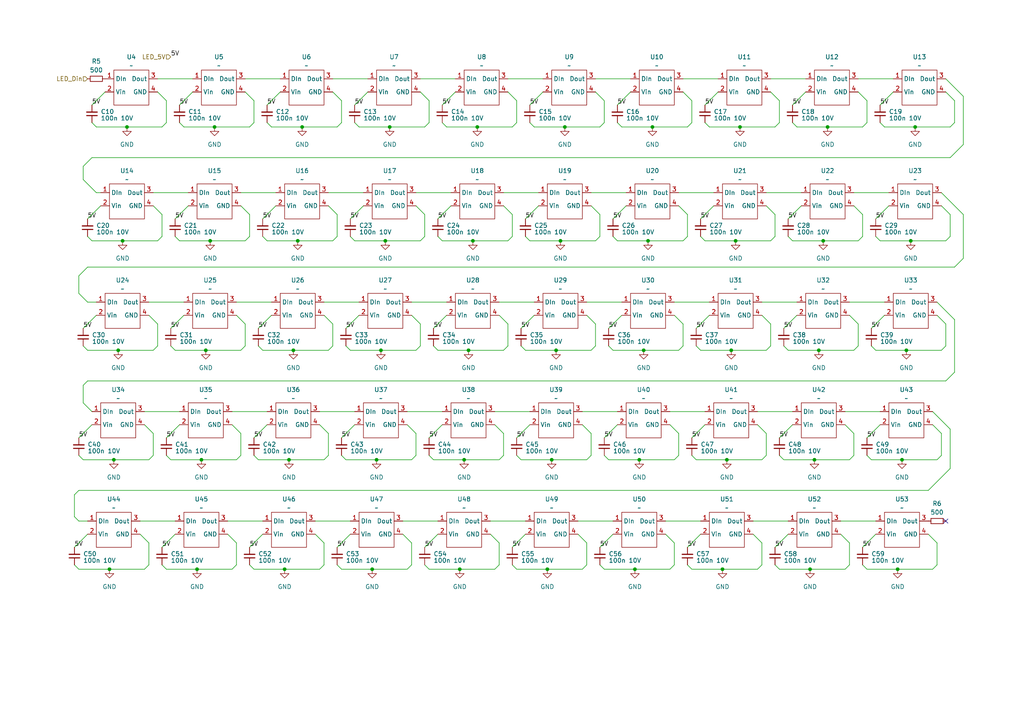
<source format=kicad_sch>
(kicad_sch (version 20250114) (generator "eeschema") (generator_version "9.0")
  (paper "A4")
  (title_block (title "QNOB") (date "2025-04-17") (rev "0.5") (company "12M Design") (comment 1 "Alper Basaran"))
  (junction (at 82.55 165.1))
  (junction (at 110.49 101.6))
  (junction (at 260.35 165.1))
  (junction (at 34.29 101.6))
  (junction (at 85.09 101.6))
  (junction (at 133.35 165.1))
  (junction (at 237.49 101.6))
  (junction (at 83.82 133.35))
  (junction (at 264.16 69.85))
  (junction (at 87.63 36.83))
  (junction (at 134.62 133.35))
  (junction (at 240.03 36.83))
  (junction (at 234.95 165.1))
  (junction (at 36.83 36.83))
  (junction (at 236.22 133.35))
  (junction (at 262.89 101.6))
  (junction (at 35.56 69.85))
  (junction (at 158.75 165.1))
  (junction (at 210.82 133.35))
  (junction (at 33.02 133.35))
  (junction (at 60.96 69.85))
  (junction (at 160.02 133.35))
  (junction (at 185.42 133.35))
  (junction (at 135.89 101.6))
  (junction (at 209.55 165.1))
  (junction (at 212.09 101.6))
  (junction (at 186.69 101.6))
  (junction (at 109.22 133.35))
  (junction (at 31.75 165.1))
  (junction (at 161.29 101.6))
  (junction (at 138.43 36.83))
  (junction (at 59.69 101.6))
  (junction (at 261.62 133.35))
  (junction (at 238.76 69.85))
  (junction (at 187.96 69.85))
  (junction (at 62.23 36.83))
  (junction (at 86.36 69.85))
  (junction (at 162.56 69.85))
  (junction (at 58.42 133.35))
  (junction (at 213.36 69.85))
  (junction (at 111.76 69.85))
  (junction (at 189.23 36.83))
  (junction (at 163.83 36.83))
  (junction (at 214.63 36.83))
  (junction (at 113.03 36.83))
  (junction (at 57.15 165.1))
  (junction (at 137.16 69.85))
  (junction (at 107.95 165.1))
  (junction (at 184.15 165.1))
  (junction (at 265.43 36.83))
  (no_connect (at 274.32 151.13))
  (wire (pts (xy 146.05 101.6) (xy 147.32 100.33)))
  (wire (pts (xy 48.26 165.1) (xy 46.99 163.83)))
  (wire (pts (xy 172.72 69.85) (xy 173.99 68.58)))
  (wire (pts (xy 223.52 100.33) (xy 223.52 93.98)))
  (wire (pts (xy 275.59 36.83) (xy 276.86 35.56)))
  (wire (pts (xy 252.73 133.35) (xy 251.46 132.08)))
  (wire (pts (xy 82.55 165.1) (xy 73.66 165.1)))
  (wire (pts (xy 73.66 165.1) (xy 72.39 163.83)))
  (wire (pts (xy 24.13 52.07) (xy 24.13 48.26)))
  (wire (pts (xy 130.81 59.69) (xy 127 63.5)))
  (wire (pts (xy 194.31 119.38) (xy 204.47 119.38)))
  (wire (pts (xy 138.43 36.83) (xy 129.54 36.83)))
  (wire (pts (xy 234.95 165.1) (xy 226.06 165.1)))
  (wire (pts (xy 147.32 100.33) (xy 147.32 93.98)))
  (wire (pts (xy 171.45 55.88) (xy 181.61 55.88)))
  (wire (pts (xy 177.8 154.94) (xy 173.99 158.75)))
  (wire (pts (xy 120.65 101.6) (xy 121.92 100.33)))
  (wire (pts (xy 125.73 133.35) (xy 124.46 132.08)))
  (wire (pts (xy 69.85 125.73) (xy 67.31 123.19)))
  (wire (pts (xy 271.78 133.35) (xy 273.05 132.08)))
  (wire (pts (xy 240.03 36.83) (xy 250.19 36.83)))
  (wire (pts (xy 151.13 133.35) (xy 149.86 132.08)))
  (wire (pts (xy 134.62 133.35) (xy 125.73 133.35)))
  (wire (pts (xy 173.99 68.58) (xy 173.99 62.23)))
  (wire (pts (xy 149.86 29.21) (xy 147.32 26.67)))
  (wire (pts (xy 83.82 133.35) (xy 93.98 133.35)))
  (wire (pts (xy 44.45 132.08) (xy 44.45 125.73)))
  (wire (pts (xy 22.86 151.13) (xy 21.59 149.86)))
  (wire (pts (xy 238.76 69.85) (xy 229.87 69.85)))
  (wire (pts (xy 43.18 87.63) (xy 53.34 87.63)))
  (wire (pts (xy 62.23 36.83) (xy 72.39 36.83)))
  (wire (pts (xy 198.12 69.85) (xy 199.39 68.58)))
  (wire (pts (xy 172.72 22.86) (xy 182.88 22.86)))
  (wire (pts (xy 274.32 110.49) (xy 276.86 107.95)))
  (wire (pts (xy 276.86 92.71) (xy 271.78 87.63)))
  (wire (pts (xy 185.42 133.35) (xy 195.58 133.35)))
  (wire (pts (xy 99.06 35.56) (xy 99.06 29.21)))
  (wire (pts (xy 172.72 100.33) (xy 172.72 93.98)))
  (wire (pts (xy 29.21 59.69) (xy 25.4 63.5)))
  (wire (pts (xy 203.2 154.94) (xy 199.39 158.75)))
  (wire (pts (xy 246.38 157.48) (xy 243.84 154.94)))
  (wire (pts (xy 121.92 22.86) (xy 132.08 22.86)))
  (wire (pts (xy 48.26 35.56) (xy 48.26 29.21)))
  (wire (pts (xy 205.74 36.83) (xy 204.47 35.56)))
  (wire (pts (xy 133.35 165.1) (xy 124.46 165.1)))
  (wire (pts (xy 43.18 133.35) (xy 44.45 132.08)))
  (wire (pts (xy 247.65 101.6) (xy 248.92 100.33)))
  (wire (pts (xy 123.19 62.23) (xy 120.65 59.69)))
  (wire (pts (xy 93.98 133.35) (xy 95.25 132.08)))
  (wire (pts (xy 25.4 110.49) (xy 274.32 110.49)))
  (wire (pts (xy 111.76 69.85) (xy 121.92 69.85)))
  (wire (pts (xy 207.01 59.69) (xy 203.2 63.5)))
  (wire (pts (xy 27.94 36.83) (xy 26.67 35.56)))
  (wire (pts (xy 236.22 133.35) (xy 227.33 133.35)))
  (wire (pts (xy 26.67 119.38) (xy 24.13 116.84)))
  (wire (pts (xy 246.38 133.35) (xy 247.65 132.08)))
  (wire (pts (xy 104.14 36.83) (xy 102.87 35.56)))
  (wire (pts (xy 222.25 132.08) (xy 222.25 125.73)))
  (wire (pts (xy 101.6 154.94) (xy 97.79 158.75)))
  (wire (pts (xy 194.31 165.1) (xy 195.58 163.83)))
  (wire (pts (xy 96.52 69.85) (xy 97.79 68.58)))
  (wire (pts (xy 144.78 133.35) (xy 146.05 132.08)))
  (wire (pts (xy 248.92 93.98) (xy 246.38 91.44)))
  (wire (pts (xy 265.43 36.83) (xy 256.54 36.83)))
  (wire (pts (xy 54.61 59.69) (xy 50.8 63.5)))
  (wire (pts (xy 102.87 69.85) (xy 101.6 68.58)))
  (wire (pts (xy 250.19 62.23) (xy 247.65 59.69)))
  (wire (pts (xy 49.53 133.35) (xy 48.26 132.08)))
  (wire (pts (xy 106.68 26.67) (xy 102.87 30.48)))
  (wire (pts (xy 195.58 157.48) (xy 193.04 154.94)))
  (wire (pts (xy 261.62 133.35) (xy 252.73 133.35)))
  (wire (pts (xy 275.59 68.58) (xy 275.59 62.23)))
  (wire (pts (xy 223.52 93.98) (xy 220.98 91.44)))
  (wire (pts (xy 175.26 35.56) (xy 175.26 29.21)))
  (wire (pts (xy 25.4 87.63) (xy 22.86 85.09)))
  (wire (pts (xy 72.39 68.58) (xy 72.39 62.23)))
  (wire (pts (xy 200.66 165.1) (xy 199.39 163.83)))
  (wire (pts (xy 127 101.6) (xy 125.73 100.33)))
  (wire (pts (xy 119.38 163.83) (xy 119.38 157.48)))
  (wire (pts (xy 22.86 80.01) (xy 25.4 77.47)))
  (wire (pts (xy 270.51 165.1) (xy 271.78 163.83)))
  (wire (pts (xy 22.86 142.24) (xy 269.24 142.24)))
  (wire (pts (xy 120.65 125.73) (xy 118.11 123.19)))
  (wire (pts (xy 228.6 101.6) (xy 227.33 100.33)))
  (wire (pts (xy 196.85 125.73) (xy 194.31 123.19)))
  (wire (pts (xy 208.28 26.67) (xy 204.47 30.48)))
  (wire (pts (xy 247.65 125.73) (xy 245.11 123.19)))
  (wire (pts (xy 181.61 59.69) (xy 177.8 63.5)))
  (wire (pts (xy 256.54 36.83) (xy 255.27 35.56)))
  (wire (pts (xy 110.49 101.6) (xy 101.6 101.6)))
  (wire (pts (xy 71.12 22.86) (xy 81.28 22.86)))
  (wire (pts (xy 189.23 36.83) (xy 180.34 36.83)))
  (wire (pts (xy 43.18 163.83) (xy 43.18 157.48)))
  (wire (pts (xy 71.12 100.33) (xy 71.12 93.98)))
  (wire (pts (xy 171.45 132.08) (xy 171.45 125.73)))
  (wire (pts (xy 116.84 151.13) (xy 127 151.13)))
  (wire (pts (xy 48.26 29.21) (xy 45.72 26.67)))
  (wire (pts (xy 99.06 29.21) (xy 96.52 26.67)))
  (wire (pts (xy 157.48 26.67) (xy 153.67 30.48)))
  (wire (pts (xy 195.58 133.35) (xy 196.85 132.08)))
  (wire (pts (xy 214.63 36.83) (xy 224.79 36.83)))
  (wire (pts (xy 58.42 133.35) (xy 49.53 133.35)))
  (wire (pts (xy 250.19 68.58) (xy 250.19 62.23)))
  (wire (pts (xy 93.98 163.83) (xy 93.98 157.48)))
  (wire (pts (xy 73.66 29.21) (xy 71.12 26.67)))
  (wire (pts (xy 34.29 101.6) (xy 44.45 101.6)))
  (wire (pts (xy 124.46 35.56) (xy 124.46 29.21)))
  (wire (pts (xy 92.71 165.1) (xy 93.98 163.83)))
  (wire (pts (xy 158.75 165.1) (xy 149.86 165.1)))
  (wire (pts (xy 172.72 93.98) (xy 170.18 91.44)))
  (wire (pts (xy 45.72 93.98) (xy 43.18 91.44)))
  (wire (pts (xy 96.52 93.98) (xy 93.98 91.44)))
  (wire (pts (xy 180.34 91.44) (xy 176.53 95.25)))
  (wire (pts (xy 59.69 101.6) (xy 50.8 101.6)))
  (wire (pts (xy 212.09 101.6) (xy 222.25 101.6)))
  (wire (pts (xy 99.06 165.1) (xy 97.79 163.83)))
  (wire (pts (xy 44.45 55.88) (xy 54.61 55.88)))
  (wire (pts (xy 198.12 100.33) (xy 198.12 93.98)))
  (wire (pts (xy 104.14 91.44) (xy 100.33 95.25)))
  (wire (pts (xy 124.46 165.1) (xy 123.19 163.83)))
  (wire (pts (xy 142.24 151.13) (xy 152.4 151.13)))
  (wire (pts (xy 24.13 133.35) (xy 22.86 132.08)))
  (wire (pts (xy 209.55 165.1) (xy 200.66 165.1)))
  (wire (pts (xy 163.83 36.83) (xy 173.99 36.83)))
  (wire (pts (xy 121.92 93.98) (xy 119.38 91.44)))
  (wire (pts (xy 160.02 133.35) (xy 170.18 133.35)))
  (wire (pts (xy 62.23 36.83) (xy 53.34 36.83)))
  (wire (pts (xy 149.86 165.1) (xy 148.59 163.83)))
  (wire (pts (xy 24.13 48.26) (xy 26.67 45.72)))
  (wire (pts (xy 21.59 149.86) (xy 21.59 143.51)))
  (wire (pts (xy 179.07 123.19) (xy 175.26 127)))
  (wire (pts (xy 147.32 69.85) (xy 148.59 68.58)))
  (wire (pts (xy 198.12 93.98) (xy 195.58 91.44)))
  (wire (pts (xy 146.05 125.73) (xy 143.51 123.19)))
  (wire (pts (xy 158.75 165.1) (xy 168.91 165.1)))
  (wire (pts (xy 260.35 165.1) (xy 251.46 165.1)))
  (wire (pts (xy 248.92 22.86) (xy 259.08 22.86)))
  (wire (pts (xy 100.33 133.35) (xy 99.06 132.08)))
  (wire (pts (xy 113.03 36.83) (xy 104.14 36.83)))
  (wire (pts (xy 128.27 69.85) (xy 127 68.58)))
  (wire (pts (xy 173.99 36.83) (xy 175.26 35.56)))
  (wire (pts (xy 60.96 69.85) (xy 52.07 69.85)))
  (wire (pts (xy 60.96 69.85) (xy 71.12 69.85)))
  (wire (pts (xy 77.47 69.85) (xy 76.2 68.58)))
  (wire (pts (xy 199.39 68.58) (xy 199.39 62.23)))
  (wire (pts (xy 69.85 55.88) (xy 80.01 55.88)))
  (wire (pts (xy 224.79 36.83) (xy 226.06 35.56)))
  (wire (pts (xy 80.01 59.69) (xy 76.2 63.5)))
  (wire (pts (xy 175.26 29.21) (xy 172.72 26.67)))
  (wire (pts (xy 264.16 69.85) (xy 274.32 69.85)))
  (wire (pts (xy 45.72 100.33) (xy 45.72 93.98)))
  (wire (pts (xy 135.89 101.6) (xy 146.05 101.6)))
  (wire (pts (xy 261.62 133.35) (xy 271.78 133.35)))
  (wire (pts (xy 175.26 165.1) (xy 173.99 163.83)))
  (wire (pts (xy 144.78 163.83) (xy 144.78 157.48)))
  (wire (pts (xy 246.38 87.63) (xy 256.54 87.63)))
  (wire (pts (xy 105.41 59.69) (xy 101.6 63.5)))
  (wire (pts (xy 167.64 151.13) (xy 177.8 151.13)))
  (wire (pts (xy 199.39 36.83) (xy 200.66 35.56)))
  (wire (pts (xy 135.89 101.6) (xy 127 101.6)))
  (wire (pts (xy 273.05 132.08) (xy 273.05 125.73)))
  (wire (pts (xy 279.4 41.91) (xy 279.4 27.94)))
  (wire (pts (xy 220.98 163.83) (xy 220.98 157.48)))
  (wire (pts (xy 231.14 36.83) (xy 229.87 35.56)))
  (wire (pts (xy 120.65 132.08) (xy 120.65 125.73)))
  (wire (pts (xy 72.39 36.83) (xy 73.66 35.56)))
  (wire (pts (xy 101.6 101.6) (xy 100.33 100.33)))
  (wire (pts (xy 176.53 133.35) (xy 175.26 132.08)))
  (wire (pts (xy 69.85 101.6) (xy 71.12 100.33)))
  (wire (pts (xy 148.59 68.58) (xy 148.59 62.23)))
  (wire (pts (xy 187.96 69.85) (xy 198.12 69.85)))
  (wire (pts (xy 109.22 133.35) (xy 100.33 133.35)))
  (wire (pts (xy 36.83 36.83) (xy 27.94 36.83)))
  (wire (pts (xy 262.89 101.6) (xy 254 101.6)))
  (wire (pts (xy 265.43 36.83) (xy 275.59 36.83)))
  (wire (pts (xy 219.71 165.1) (xy 220.98 163.83)))
  (wire (pts (xy 33.02 133.35) (xy 24.13 133.35)))
  (wire (pts (xy 204.47 123.19) (xy 200.66 127)))
  (wire (pts (xy 45.72 69.85) (xy 46.99 68.58)))
  (wire (pts (xy 82.55 165.1) (xy 92.71 165.1)))
  (wire (pts (xy 45.72 22.86) (xy 55.88 22.86)))
  (wire (pts (xy 248.92 69.85) (xy 250.19 68.58)))
  (wire (pts (xy 220.98 133.35) (xy 222.25 132.08)))
  (wire (pts (xy 209.55 165.1) (xy 219.71 165.1)))
  (wire (pts (xy 251.46 35.56) (xy 251.46 29.21)))
  (wire (pts (xy 229.87 69.85) (xy 228.6 68.58)))
  (wire (pts (xy 119.38 87.63) (xy 129.54 87.63)))
  (wire (pts (xy 276.86 35.56) (xy 276.86 29.21)))
  (wire (pts (xy 77.47 123.19) (xy 73.66 127)))
  (wire (pts (xy 220.98 157.48) (xy 218.44 154.94)))
  (wire (pts (xy 195.58 163.83) (xy 195.58 157.48)))
  (wire (pts (xy 146.05 132.08) (xy 146.05 125.73)))
  (wire (pts (xy 76.2 154.94) (xy 72.39 158.75)))
  (wire (pts (xy 154.94 91.44) (xy 151.13 95.25)))
  (wire (pts (xy 86.36 69.85) (xy 96.52 69.85)))
  (wire (pts (xy 44.45 101.6) (xy 45.72 100.33)))
  (wire (pts (xy 171.45 125.73) (xy 168.91 123.19)))
  (wire (pts (xy 102.87 123.19) (xy 99.06 127)))
  (wire (pts (xy 107.95 165.1) (xy 99.06 165.1)))
  (wire (pts (xy 119.38 157.48) (xy 116.84 154.94)))
  (wire (pts (xy 97.79 62.23) (xy 95.25 59.69)))
  (wire (pts (xy 52.07 123.19) (xy 48.26 127)))
  (wire (pts (xy 118.11 119.38) (xy 128.27 119.38)))
  (wire (pts (xy 107.95 165.1) (xy 118.11 165.1)))
  (wire (pts (xy 231.14 91.44) (xy 227.33 95.25)))
  (wire (pts (xy 254 154.94) (xy 250.19 158.75)))
  (wire (pts (xy 55.88 26.67) (xy 52.07 30.48)))
  (wire (pts (xy 274.32 69.85) (xy 275.59 68.58)))
  (wire (pts (xy 274.32 93.98) (xy 271.78 91.44)))
  (wire (pts (xy 243.84 151.13) (xy 254 151.13)))
  (wire (pts (xy 50.8 154.94) (xy 46.99 158.75)))
  (wire (pts (xy 237.49 101.6) (xy 247.65 101.6)))
  (wire (pts (xy 123.19 36.83) (xy 124.46 35.56)))
  (wire (pts (xy 196.85 132.08) (xy 196.85 125.73)))
  (wire (pts (xy 260.35 165.1) (xy 270.51 165.1)))
  (wire (pts (xy 134.62 133.35) (xy 144.78 133.35)))
  (wire (pts (xy 168.91 165.1) (xy 170.18 163.83)))
  (wire (pts (xy 193.04 151.13) (xy 203.2 151.13)))
  (wire (pts (xy 128.27 123.19) (xy 124.46 127)))
  (wire (pts (xy 219.71 119.38) (xy 229.87 119.38)))
  (wire (pts (xy 222.25 125.73) (xy 219.71 123.19)))
  (wire (pts (xy 154.94 36.83) (xy 153.67 35.56)))
  (wire (pts (xy 248.92 100.33) (xy 248.92 93.98)))
  (wire (pts (xy 226.06 35.56) (xy 226.06 29.21)))
  (wire (pts (xy 153.67 123.19) (xy 149.86 127)))
  (wire (pts (xy 25.4 154.94) (xy 21.59 158.75)))
  (wire (pts (xy 132.08 26.67) (xy 128.27 30.48)))
  (wire (pts (xy 224.79 68.58) (xy 224.79 62.23)))
  (wire (pts (xy 118.11 165.1) (xy 119.38 163.83)))
  (wire (pts (xy 186.69 101.6) (xy 196.85 101.6)))
  (wire (pts (xy 110.49 101.6) (xy 120.65 101.6)))
  (wire (pts (xy 196.85 101.6) (xy 198.12 100.33)))
  (wire (pts (xy 223.52 69.85) (xy 224.79 68.58)))
  (wire (pts (xy 196.85 55.88) (xy 207.01 55.88)))
  (wire (pts (xy 170.18 157.48) (xy 167.64 154.94)))
  (wire (pts (xy 144.78 157.48) (xy 142.24 154.94)))
  (wire (pts (xy 26.67 69.85) (xy 25.4 68.58)))
  (wire (pts (xy 149.86 35.56) (xy 149.86 29.21)))
  (wire (pts (xy 93.98 87.63) (xy 104.14 87.63)))
  (wire (pts (xy 87.63 36.83) (xy 78.74 36.83)))
  (wire (pts (xy 279.4 27.94) (xy 274.32 22.86)))
  (wire (pts (xy 146.05 55.88) (xy 156.21 55.88)))
  (wire (pts (xy 73.66 35.56) (xy 73.66 29.21)))
  (wire (pts (xy 256.54 91.44) (xy 252.73 95.25)))
  (wire (pts (xy 161.29 101.6) (xy 152.4 101.6)))
  (wire (pts (xy 148.59 62.23) (xy 146.05 59.69)))
  (wire (pts (xy 271.78 157.48) (xy 269.24 154.94)))
  (wire (pts (xy 233.68 26.67) (xy 229.87 30.48)))
  (wire (pts (xy 95.25 101.6) (xy 96.52 100.33)))
  (wire (pts (xy 68.58 87.63) (xy 78.74 87.63)))
  (wire (pts (xy 93.98 157.48) (xy 91.44 154.94)))
  (wire (pts (xy 44.45 125.73) (xy 41.91 123.19)))
  (wire (pts (xy 229.87 123.19) (xy 226.06 127)))
  (wire (pts (xy 170.18 133.35) (xy 171.45 132.08)))
  (wire (pts (xy 279.4 62.23) (xy 273.05 55.88)))
  (wire (pts (xy 185.42 133.35) (xy 176.53 133.35)))
  (wire (pts (xy 203.2 101.6) (xy 201.93 100.33)))
  (wire (pts (xy 95.25 125.73) (xy 92.71 123.19)))
  (wire (pts (xy 144.78 87.63) (xy 154.94 87.63)))
  (wire (pts (xy 179.07 69.85) (xy 177.8 68.58)))
  (wire (pts (xy 31.75 165.1) (xy 41.91 165.1)))
  (wire (pts (xy 213.36 69.85) (xy 223.52 69.85)))
  (wire (pts (xy 199.39 62.23) (xy 196.85 59.69)))
  (wire (pts (xy 255.27 123.19) (xy 251.46 127)))
  (wire (pts (xy 46.99 68.58) (xy 46.99 62.23)))
  (wire (pts (xy 78.74 36.83) (xy 77.47 35.56)))
  (wire (pts (xy 200.66 29.21) (xy 198.12 26.67)))
  (wire (pts (xy 162.56 69.85) (xy 172.72 69.85)))
  (wire (pts (xy 85.09 101.6) (xy 76.2 101.6)))
  (wire (pts (xy 170.18 163.83) (xy 170.18 157.48)))
  (wire (pts (xy 213.36 69.85) (xy 204.47 69.85)))
  (wire (pts (xy 25.4 101.6) (xy 24.13 100.33)))
  (wire (pts (xy 214.63 36.83) (xy 205.74 36.83)))
  (wire (pts (xy 67.31 165.1) (xy 68.58 163.83)))
  (wire (pts (xy 246.38 163.83) (xy 246.38 157.48)))
  (wire (pts (xy 234.95 165.1) (xy 245.11 165.1)))
  (wire (pts (xy 173.99 62.23) (xy 171.45 59.69)))
  (wire (pts (xy 276.86 77.47) (xy 279.4 74.93)))
  (wire (pts (xy 67.31 119.38) (xy 77.47 119.38)))
  (wire (pts (xy 180.34 36.83) (xy 179.07 35.56)))
  (wire (pts (xy 168.91 119.38) (xy 179.07 119.38)))
  (wire (pts (xy 121.92 69.85) (xy 123.19 68.58)))
  (wire (pts (xy 21.59 143.51) (xy 22.86 142.24)))
  (wire (pts (xy 68.58 163.83) (xy 68.58 157.48)))
  (wire (pts (xy 201.93 133.35) (xy 200.66 132.08)))
  (wire (pts (xy 85.09 101.6) (xy 95.25 101.6)))
  (wire (pts (xy 198.12 22.86) (xy 208.28 22.86)))
  (wire (pts (xy 34.29 101.6) (xy 25.4 101.6)))
  (wire (pts (xy 274.32 100.33) (xy 274.32 93.98)))
  (wire (pts (xy 22.86 85.09) (xy 22.86 80.01)))
  (wire (pts (xy 138.43 36.83) (xy 148.59 36.83)))
  (wire (pts (xy 161.29 101.6) (xy 171.45 101.6)))
  (wire (pts (xy 87.63 36.83) (xy 97.79 36.83)))
  (wire (pts (xy 245.11 119.38) (xy 255.27 119.38)))
  (wire (pts (xy 46.99 62.23) (xy 44.45 59.69)))
  (wire (pts (xy 66.04 151.13) (xy 76.2 151.13)))
  (wire (pts (xy 273.05 125.73) (xy 270.51 123.19)))
  (wire (pts (xy 129.54 36.83) (xy 128.27 35.56)))
  (wire (pts (xy 143.51 165.1) (xy 144.78 163.83)))
  (wire (pts (xy 222.25 55.88) (xy 232.41 55.88)))
  (wire (pts (xy 91.44 151.13) (xy 101.6 151.13)))
  (wire (pts (xy 24.13 111.76) (xy 25.4 110.49)))
  (wire (pts (xy 220.98 87.63) (xy 231.14 87.63)))
  (wire (pts (xy 29.21 55.88) (xy 27.94 55.88)))
  (wire (pts (xy 218.44 151.13) (xy 228.6 151.13)))
  (wire (pts (xy 119.38 133.35) (xy 120.65 132.08)))
  (wire (pts (xy 275.59 124.46) (xy 270.51 119.38)))
  (wire (pts (xy 163.83 36.83) (xy 154.94 36.83)))
  (wire (pts (xy 95.25 132.08) (xy 95.25 125.73)))
  (wire (pts (xy 81.28 26.67) (xy 77.47 30.48)))
  (wire (pts (xy 58.42 133.35) (xy 68.58 133.35)))
  (wire (pts (xy 72.39 62.23) (xy 69.85 59.69)))
  (wire (pts (xy 76.2 101.6) (xy 74.93 100.33)))
  (wire (pts (xy 247.65 55.88) (xy 257.81 55.88)))
  (wire (pts (xy 254 101.6) (xy 252.73 100.33)))
  (wire (pts (xy 279.4 74.93) (xy 279.4 62.23)))
  (wire (pts (xy 152.4 154.94) (xy 148.59 158.75)))
  (wire (pts (xy 276.86 29.21) (xy 274.32 26.67)))
  (wire (pts (xy 276.86 107.95) (xy 276.86 92.71)))
  (wire (pts (xy 137.16 69.85) (xy 147.32 69.85)))
  (wire (pts (xy 210.82 133.35) (xy 220.98 133.35)))
  (wire (pts (xy 123.19 68.58) (xy 123.19 62.23)))
  (wire (pts (xy 153.67 69.85) (xy 152.4 68.58)))
  (wire (pts (xy 52.07 69.85) (xy 50.8 68.58)))
  (wire (pts (xy 41.91 165.1) (xy 43.18 163.83)))
  (wire (pts (xy 262.89 101.6) (xy 273.05 101.6)))
  (wire (pts (xy 30.48 26.67) (xy 26.67 30.48)))
  (wire (pts (xy 74.93 133.35) (xy 73.66 132.08)))
  (wire (pts (xy 97.79 68.58) (xy 97.79 62.23)))
  (wire (pts (xy 120.65 55.88) (xy 130.81 55.88)))
  (wire (pts (xy 97.79 36.83) (xy 99.06 35.56)))
  (wire (pts (xy 275.59 62.23) (xy 273.05 59.69)))
  (wire (pts (xy 195.58 87.63) (xy 205.74 87.63)))
  (wire (pts (xy 257.81 59.69) (xy 254 63.5)))
  (wire (pts (xy 27.94 55.88) (xy 24.13 52.07)))
  (wire (pts (xy 26.67 45.72) (xy 275.59 45.72)))
  (wire (pts (xy 113.03 36.83) (xy 123.19 36.83)))
  (wire (pts (xy 152.4 101.6) (xy 151.13 100.33)))
  (wire (pts (xy 25.4 77.47) (xy 276.86 77.47)))
  (wire (pts (xy 86.36 69.85) (xy 77.47 69.85)))
  (wire (pts (xy 147.32 22.86) (xy 157.48 22.86)))
  (wire (pts (xy 111.76 69.85) (xy 102.87 69.85)))
  (wire (pts (xy 160.02 133.35) (xy 151.13 133.35)))
  (wire (pts (xy 53.34 36.83) (xy 52.07 35.56)))
  (wire (pts (xy 27.94 91.44) (xy 24.13 95.25)))
  (wire (pts (xy 187.96 69.85) (xy 179.07 69.85)))
  (wire (pts (xy 226.06 165.1) (xy 224.79 163.83)))
  (wire (pts (xy 27.94 87.63) (xy 25.4 87.63)))
  (wire (pts (xy 40.64 151.13) (xy 50.8 151.13)))
  (wire (pts (xy 264.16 69.85) (xy 255.27 69.85)))
  (wire (pts (xy 35.56 69.85) (xy 26.67 69.85)))
  (wire (pts (xy 109.22 133.35) (xy 119.38 133.35)))
  (wire (pts (xy 143.51 119.38) (xy 153.67 119.38)))
  (wire (pts (xy 162.56 69.85) (xy 153.67 69.85)))
  (wire (pts (xy 53.34 91.44) (xy 49.53 95.25)))
  (wire (pts (xy 189.23 36.83) (xy 199.39 36.83)))
  (wire (pts (xy 275.59 135.89) (xy 275.59 124.46)))
  (wire (pts (xy 171.45 101.6) (xy 172.72 100.33)))
  (wire (pts (xy 251.46 165.1) (xy 250.19 163.83)))
  (wire (pts (xy 156.21 59.69) (xy 152.4 63.5)))
  (wire (pts (xy 186.69 101.6) (xy 177.8 101.6)))
  (wire (pts (xy 96.52 22.86) (xy 106.68 22.86)))
  (wire (pts (xy 57.15 165.1) (xy 48.26 165.1)))
  (wire (pts (xy 177.8 101.6) (xy 176.53 100.33)))
  (wire (pts (xy 222.25 101.6) (xy 223.52 100.33)))
  (wire (pts (xy 204.47 69.85) (xy 203.2 68.58)))
  (wire (pts (xy 33.02 133.35) (xy 43.18 133.35)))
  (wire (pts (xy 236.22 133.35) (xy 246.38 133.35)))
  (wire (pts (xy 205.74 91.44) (xy 201.93 95.25)))
  (wire (pts (xy 255.27 69.85) (xy 254 68.58)))
  (wire (pts (xy 226.06 29.21) (xy 223.52 26.67)))
  (wire (pts (xy 95.25 55.88) (xy 105.41 55.88)))
  (wire (pts (xy 43.18 157.48) (xy 40.64 154.94)))
  (wire (pts (xy 259.08 26.67) (xy 255.27 30.48)))
  (wire (pts (xy 238.76 69.85) (xy 248.92 69.85)))
  (wire (pts (xy 78.74 91.44) (xy 74.93 95.25)))
  (wire (pts (xy 50.8 101.6) (xy 49.53 100.33)))
  (wire (pts (xy 223.52 22.86) (xy 233.68 22.86)))
  (wire (pts (xy 59.69 101.6) (xy 69.85 101.6)))
  (wire (pts (xy 68.58 157.48) (xy 66.04 154.94)))
  (wire (pts (xy 46.99 36.83) (xy 48.26 35.56)))
  (wire (pts (xy 121.92 100.33) (xy 121.92 93.98)))
  (wire (pts (xy 184.15 165.1) (xy 194.31 165.1)))
  (wire (pts (xy 247.65 132.08) (xy 247.65 125.73)))
  (wire (pts (xy 210.82 133.35) (xy 201.93 133.35)))
  (wire (pts (xy 96.52 100.33) (xy 96.52 93.98)))
  (wire (pts (xy 92.71 119.38) (xy 102.87 119.38)))
  (wire (pts (xy 147.32 93.98) (xy 144.78 91.44)))
  (wire (pts (xy 237.49 101.6) (xy 228.6 101.6)))
  (wire (pts (xy 170.18 87.63) (xy 180.34 87.63)))
  (wire (pts (xy 137.16 69.85) (xy 128.27 69.85)))
  (wire (pts (xy 269.24 142.24) (xy 275.59 135.89)))
  (wire (pts (xy 200.66 35.56) (xy 200.66 29.21)))
  (wire (pts (xy 271.78 163.83) (xy 271.78 157.48)))
  (wire (pts (xy 127 154.94) (xy 123.19 158.75)))
  (wire (pts (xy 41.91 119.38) (xy 52.07 119.38)))
  (wire (pts (xy 83.82 133.35) (xy 74.93 133.35)))
  (wire (pts (xy 227.33 133.35) (xy 226.06 132.08)))
  (wire (pts (xy 275.59 45.72) (xy 279.4 41.91)))
  (wire (pts (xy 25.4 151.13) (xy 22.86 151.13)))
  (wire (pts (xy 129.54 91.44) (xy 125.73 95.25)))
  (wire (pts (xy 245.11 165.1) (xy 246.38 163.83)))
  (wire (pts (xy 26.67 123.19) (xy 22.86 127)))
  (wire (pts (xy 35.56 69.85) (xy 45.72 69.85)))
  (wire (pts (xy 31.75 165.1) (xy 22.86 165.1)))
  (wire (pts (xy 24.13 116.84) (xy 24.13 111.76)))
  (wire (pts (xy 184.15 165.1) (xy 175.26 165.1)))
  (wire (pts (xy 22.86 165.1) (xy 21.59 163.83)))
  (wire (pts (xy 69.85 132.08) (xy 69.85 125.73)))
  (wire (pts (xy 68.58 133.35) (xy 69.85 132.08)))
  (wire (pts (xy 224.79 62.23) (xy 222.25 59.69)))
  (wire (pts (xy 250.19 36.83) (xy 251.46 35.56)))
  (wire (pts (xy 71.12 69.85) (xy 72.39 68.58)))
  (wire (pts (xy 240.03 36.83) (xy 231.14 36.83)))
  (wire (pts (xy 36.83 36.83) (xy 46.99 36.83)))
  (wire (pts (xy 57.15 165.1) (xy 67.31 165.1)))
  (wire (pts (xy 232.41 59.69) (xy 228.6 63.5)))
  (wire (pts (xy 212.09 101.6) (xy 203.2 101.6)))
  (wire (pts (xy 273.05 101.6) (xy 274.32 100.33)))
  (wire (pts (xy 71.12 93.98) (xy 68.58 91.44)))
  (wire (pts (xy 148.59 36.83) (xy 149.86 35.56)))
  (wire (pts (xy 124.46 29.21) (xy 121.92 26.67)))
  (wire (pts (xy 182.88 26.67) (xy 179.07 30.48)))
  (wire (pts (xy 251.46 29.21) (xy 248.92 26.67)))
  (wire (pts (xy 228.6 154.94) (xy 224.79 158.75)))
  (wire (pts (xy 133.35 165.1) (xy 143.51 165.1)))
  (label "5V" (at 125.73 95.25 0))
  (label "5V" (at 200.66 127 0))
  (label "5V" (at 72.39 158.75 0))
  (label "5V" (at 254 63.5 0))
  (label "5V" (at 100.33 95.25 0))
  (label "5V" (at 199.39 158.75 0))
  (label "5V" (at 148.59 158.75 0))
  (label "5V" (at 153.67 30.48 0))
  (label "5V" (at 77.47 30.48 0))
  (label "5V" (at 97.79 158.75 0))
  (label "5V" (at 73.66 127 0))
  (label "5V" (at 52.07 30.48 0))
  (label "5V" (at 49.53 95.25 0))
  (label "5V" (at 204.47 30.48 0))
  (label "5V" (at 26.67 30.48 0))
  (label "5V" (at 229.87 30.48 0))
  (label "5V" (at 173.99 158.75 0))
  (label "5V" (at 49.53 16.51 0))
  (label "5V" (at 123.19 158.75 0))
  (label "5V" (at 228.6 63.5 0))
  (label "5V" (at 48.26 127 0))
  (label "5V" (at 152.4 63.5 0))
  (label "5V" (at 101.6 63.5 0))
  (label "5V" (at 124.46 127 0))
  (label "5V" (at 201.93 95.25 0))
  (label "5V" (at 99.06 127 0))
  (label "5V" (at 76.2 63.5 0))
  (label "5V" (at 127 63.5 0))
  (label "5V" (at 25.4 63.5 0))
  (label "5V" (at 149.86 127 0))
  (label "5V" (at 203.2 63.5 0))
  (label "5V" (at 224.79 158.75 0))
  (label "5V" (at 250.19 158.75 0))
  (label "5V" (at 179.07 30.48 0))
  (label "5V" (at 177.8 63.5 0))
  (label "5V" (at 252.73 95.25 0))
  (label "5V" (at 251.46 127 0))
  (label "5V" (at 74.93 95.25 0))
  (label "5V" (at 102.87 30.48 0))
  (label "5V" (at 255.27 30.48 0))
  (label "5V" (at 176.53 95.25 0))
  (label "5V" (at 151.13 95.25 0))
  (label "5V" (at 21.59 158.75 0))
  (label "5V" (at 50.8 63.5 0))
  (label "5V" (at 46.99 158.75 0))
  (label "5V" (at 128.27 30.48 0))
  (label "5V" (at 226.06 127 0))
  (label "5V" (at 175.26 127 0))
  (label "5V" (at 22.86 127 0))
  (label "5V" (at 24.13 95.25 0))
  (label "5V" (at 227.33 95.25 0))
  (hierarchical_label "LED_Din" (shape input) (at 25.4 22.86 180))
  (hierarchical_label "LED_5V" (shape input) (at 49.53 16.51 180))
  (symbol (lib_id "custom_led:SK6805-EC15") (at 238.76 90.17 0) (unit 1)
    (property "Reference" "U32" (at 238.76 81.28 0))
    (property "Value" "~" (at 238.76 83.82 0))
    (property "Footprint" "custom_led:SK6805-EC15" (effects (hide yes)))
  )
  (symbol (lib_id "Device:C_Small") (at 203.2 66.04 180) (unit 1)
    (property "Reference" "C27" (at 205.74 65.405 0) (effects (justify right)))
    (property "Value" "100n 10V" (at 205.74 67.31 0) (effects (justify right)))
    (property "Footprint" "Capacitor_SMD:C_0402_1005Metric" (effects (hide yes)))
    (property "Description" "Unpolarized capacitor, small symbol" (effects (hide yes)))
  )
  (symbol (lib_id "Device:C_Small") (at 72.39 161.29 180) (unit 1)
    (property "Reference" "C52" (at 74.93 160.655 0) (effects (justify right)))
    (property "Value" "100n 10V" (at 74.93 162.56 0) (effects (justify right)))
    (property "Footprint" "Capacitor_SMD:C_0402_1005Metric" (effects (hide yes)))
    (property "Description" "Unpolarized capacitor, small symbol" (effects (hide yes)))
  )
  (symbol (lib_id "Device:C_Small") (at 125.73 97.79 180) (unit 1)
    (property "Reference" "C34" (at 128.27 97.155 0) (effects (justify right)))
    (property "Value" "100n 10V" (at 128.27 99.06 0) (effects (justify right)))
    (property "Footprint" "Capacitor_SMD:C_0402_1005Metric" (effects (hide yes)))
    (property "Description" "Unpolarized capacitor, small symbol" (effects (hide yes)))
  )
  (symbol (lib_id "Device:C_Small") (at 255.27 33.02 180) (unit 1)
    (property "Reference" "C19" (at 257.81 32.385 0) (effects (justify right)))
    (property "Value" "100n 10V" (at 257.81 34.29 0) (effects (justify right)))
    (property "Footprint" "Capacitor_SMD:C_0402_1005Metric" (effects (hide yes)))
    (property "Description" "Unpolarized capacitor, small symbol" (effects (hide yes)))
  )
  (symbol (lib_id "Device:C_Small") (at 22.86 129.54 180) (unit 1)
    (property "Reference" "C40" (at 25.4 128.905 0) (effects (justify right)))
    (property "Value" "100n 10V" (at 25.4 130.81 0) (effects (justify right)))
    (property "Footprint" "Capacitor_SMD:C_0402_1005Metric" (effects (hide yes)))
    (property "Description" "Unpolarized capacitor, small symbol" (effects (hide yes)))
  )
  (symbol (lib_id "Device:C_Small") (at 21.59 161.29 180) (unit 1)
    (property "Reference" "C50" (at 24.13 160.655 0) (effects (justify right)))
    (property "Value" "100n 10V" (at 24.13 162.56 0) (effects (justify right)))
    (property "Footprint" "Capacitor_SMD:C_0402_1005Metric" (effects (hide yes)))
    (property "Description" "Unpolarized capacitor, small symbol" (effects (hide yes)))
  )
  (symbol (lib_id "custom_led:SK6805-EC15") (at 160.02 153.67 0) (unit 1)
    (property "Reference" "U49" (at 160.02 144.78 0))
    (property "Value" "~" (at 160.02 147.32 0))
    (property "Footprint" "custom_led:SK6805-EC15" (effects (hide yes)))
  )
  (symbol (lib_id "power:GND") (at 109.22 133.35 0) (unit 1)
    (property "Reference" "#PWR036" (effects (hide yes)))
    (property "Value" "GND" (at 109.22 138.43 0))
    (property "Description" "Power symbol creates a global label with name \"GND\" , ground" (effects (hide yes)))
  )
  (symbol (lib_id "power:GND") (at 82.55 165.1 0) (unit 1)
    (property "Reference" "#PWR045" (effects (hide yes)))
    (property "Value" "GND" (at 82.55 170.18 0))
    (property "Description" "Power symbol creates a global label with name \"GND\" , ground" (effects (hide yes)))
  )
  (symbol (lib_id "Device:C_Small") (at 99.06 129.54 180) (unit 1)
    (property "Reference" "C43" (at 101.6 128.905 0) (effects (justify right)))
    (property "Value" "100n 10V" (at 101.6 130.81 0) (effects (justify right)))
    (property "Footprint" "Capacitor_SMD:C_0402_1005Metric" (effects (hide yes)))
    (property "Description" "Unpolarized capacitor, small symbol" (effects (hide yes)))
  )
  (symbol (lib_id "Device:C_Small") (at 224.79 161.29 180) (unit 1)
    (property "Reference" "C58" (at 227.33 160.655 0) (effects (justify right)))
    (property "Value" "100n 10V" (at 227.33 162.56 0) (effects (justify right)))
    (property "Footprint" "Capacitor_SMD:C_0402_1005Metric" (effects (hide yes)))
    (property "Description" "Unpolarized capacitor, small symbol" (effects (hide yes)))
  )
  (symbol (lib_id "Device:C_Small") (at 250.19 161.29 180) (unit 1)
    (property "Reference" "C59" (at 252.73 160.655 0) (effects (justify right)))
    (property "Value" "100n 10V" (at 252.73 162.56 0) (effects (justify right)))
    (property "Footprint" "Capacitor_SMD:C_0402_1005Metric" (effects (hide yes)))
    (property "Description" "Unpolarized capacitor, small symbol" (effects (hide yes)))
  )
  (symbol (lib_id "custom_led:SK6805-EC15") (at 187.96 90.17 0) (unit 1)
    (property "Reference" "U30" (at 187.96 81.28 0))
    (property "Value" "~" (at 187.96 83.82 0))
    (property "Footprint" "custom_led:SK6805-EC15" (effects (hide yes)))
  )
  (symbol (lib_id "power:GND") (at 185.42 133.35 0) (unit 1)
    (property "Reference" "#PWR039" (effects (hide yes)))
    (property "Value" "GND" (at 185.42 138.43 0))
    (property "Description" "Power symbol creates a global label with name \"GND\" , ground" (effects (hide yes)))
  )
  (symbol (lib_id "Device:C_Small") (at 127 66.04 180) (unit 1)
    (property "Reference" "C24" (at 129.54 65.405 0) (effects (justify right)))
    (property "Value" "100n 10V" (at 129.54 67.31 0) (effects (justify right)))
    (property "Footprint" "Capacitor_SMD:C_0402_1005Metric" (effects (hide yes)))
    (property "Description" "Unpolarized capacitor, small symbol" (effects (hide yes)))
  )
  (symbol (lib_id "custom_led:SK6805-EC15") (at 165.1 25.4 0) (unit 1)
    (property "Reference" "U9" (at 165.1 16.51 0))
    (property "Value" "~" (at 165.1 19.05 0))
    (property "Footprint" "custom_led:SK6805-EC15" (effects (hide yes)))
  )
  (symbol (lib_id "custom_led:SK6805-EC15") (at 137.16 90.17 0) (unit 1)
    (property "Reference" "U28" (at 137.16 81.28 0))
    (property "Value" "~" (at 137.16 83.82 0))
    (property "Footprint" "custom_led:SK6805-EC15" (effects (hide yes)))
  )
  (symbol (lib_id "Device:C_Small") (at 74.93 97.79 180) (unit 1)
    (property "Reference" "C32" (at 77.47 97.155 0) (effects (justify right)))
    (property "Value" "100n 10V" (at 77.47 99.06 0) (effects (justify right)))
    (property "Footprint" "Capacitor_SMD:C_0402_1005Metric" (effects (hide yes)))
    (property "Description" "Unpolarized capacitor, small symbol" (effects (hide yes)))
  )
  (symbol (lib_id "power:GND") (at 237.49 101.6 0) (unit 1)
    (property "Reference" "#PWR031" (effects (hide yes)))
    (property "Value" "GND" (at 237.49 106.68 0))
    (property "Description" "Power symbol creates a global label with name \"GND\" , ground" (effects (hide yes)))
  )
  (symbol (lib_id "Device:C_Small") (at 25.4 66.04 180) (unit 1)
    (property "Reference" "C20" (at 27.94 65.405 0) (effects (justify right)))
    (property "Value" "100n 10V" (at 27.94 67.31 0) (effects (justify right)))
    (property "Footprint" "Capacitor_SMD:C_0402_1005Metric" (effects (hide yes)))
    (property "Description" "Unpolarized capacitor, small symbol" (effects (hide yes)))
  )
  (symbol (lib_id "Device:C_Small") (at 251.46 129.54 180) (unit 1)
    (property "Reference" "C49" (at 254 128.905 0) (effects (justify right)))
    (property "Value" "100n 10V" (at 254 130.81 0) (effects (justify right)))
    (property "Footprint" "Capacitor_SMD:C_0402_1005Metric" (effects (hide yes)))
    (property "Description" "Unpolarized capacitor, small symbol" (effects (hide yes)))
  )
  (symbol (lib_id "custom_led:SK6805-EC15") (at 186.69 121.92 0) (unit 1)
    (property "Reference" "U40" (at 186.69 113.03 0))
    (property "Value" "~" (at 186.69 115.57 0))
    (property "Footprint" "custom_led:SK6805-EC15" (effects (hide yes)))
  )
  (symbol (lib_id "custom_led:SK6805-EC15") (at 237.49 121.92 0) (unit 1)
    (property "Reference" "U42" (at 237.49 113.03 0))
    (property "Value" "~" (at 237.49 115.57 0))
    (property "Footprint" "custom_led:SK6805-EC15" (effects (hide yes)))
  )
  (symbol (lib_id "power:GND") (at 110.49 101.6 0) (unit 1)
    (property "Reference" "#PWR026" (effects (hide yes)))
    (property "Value" "GND" (at 110.49 106.68 0))
    (property "Description" "Power symbol creates a global label with name \"GND\" , ground" (effects (hide yes)))
  )
  (symbol (lib_id "Device:C_Small") (at 76.2 66.04 180) (unit 1)
    (property "Reference" "C22" (at 78.74 65.405 0) (effects (justify right)))
    (property "Value" "100n 10V" (at 78.74 67.31 0) (effects (justify right)))
    (property "Footprint" "Capacitor_SMD:C_0402_1005Metric" (effects (hide yes)))
    (property "Description" "Unpolarized capacitor, small symbol" (effects (hide yes)))
  )
  (symbol (lib_id "custom_led:SK6805-EC15") (at 261.62 153.67 0) (unit 1)
    (property "Reference" "U53" (at 261.62 144.78 0))
    (property "Value" "~" (at 261.62 147.32 0))
    (property "Footprint" "custom_led:SK6805-EC15" (effects (hide yes)))
  )
  (symbol (lib_id "custom_led:SK6805-EC15") (at 38.1 25.4 0) (unit 1)
    (property "Reference" "U4" (at 38.1 16.51 0))
    (property "Value" "~" (at 38.1 19.05 0))
    (property "Footprint" "custom_led:SK6805-EC15" (effects (hide yes)))
  )
  (symbol (lib_id "Device:R_Small") (at 27.94 22.86 270) (unit 1)
    (property "Reference" "R5" (at 27.94 17.78 90))
    (property "Value" "500" (at 27.94 20.32 90))
    (property "Footprint" "Resistor_SMD:R_0402_1005Metric" (effects (hide yes)))
    (property "Description" "Resistor, small symbol" (effects (hide yes)))
  )
  (symbol (lib_id "power:GND") (at 137.16 69.85 0) (unit 1)
    (property "Reference" "#PWR017" (effects (hide yes)))
    (property "Value" "GND" (at 137.16 74.93 0))
    (property "Description" "Power symbol creates a global label with name \"GND\" , ground" (effects (hide yes)))
  )
  (symbol (lib_id "Device:C_Small") (at 49.53 97.79 180) (unit 1)
    (property "Reference" "C31" (at 52.07 97.155 0) (effects (justify right)))
    (property "Value" "100n 10V" (at 52.07 99.06 0) (effects (justify right)))
    (property "Footprint" "Capacitor_SMD:C_0402_1005Metric" (effects (hide yes)))
    (property "Description" "Unpolarized capacitor, small symbol" (effects (hide yes)))
  )
  (symbol (lib_id "Device:C_Small") (at 152.4 66.04 180) (unit 1)
    (property "Reference" "C25" (at 154.94 65.405 0) (effects (justify right)))
    (property "Value" "100n 10V" (at 154.94 67.31 0) (effects (justify right)))
    (property "Footprint" "Capacitor_SMD:C_0402_1005Metric" (effects (hide yes)))
    (property "Description" "Unpolarized capacitor, small symbol" (effects (hide yes)))
  )
  (symbol (lib_id "custom_led:SK6805-EC15") (at 113.03 58.42 0) (unit 1)
    (property "Reference" "U17" (at 113.03 49.53 0))
    (property "Value" "~" (at 113.03 52.07 0))
    (property "Footprint" "custom_led:SK6805-EC15" (effects (hide yes)))
  )
  (symbol (lib_id "power:GND") (at 261.62 133.35 0) (unit 1)
    (property "Reference" "#PWR042" (effects (hide yes)))
    (property "Value" "GND" (at 261.62 138.43 0))
    (property "Description" "Power symbol creates a global label with name \"GND\" , ground" (effects (hide yes)))
  )
  (symbol (lib_id "custom_led:SK6805-EC15") (at 163.83 58.42 0) (unit 1)
    (property "Reference" "U19" (at 163.83 49.53 0))
    (property "Value" "~" (at 163.83 52.07 0))
    (property "Footprint" "custom_led:SK6805-EC15" (effects (hide yes)))
  )
  (symbol (lib_id "power:GND") (at 83.82 133.35 0) (unit 1)
    (property "Reference" "#PWR035" (effects (hide yes)))
    (property "Value" "GND" (at 83.82 138.43 0))
    (property "Description" "Power symbol creates a global label with name \"GND\" , ground" (effects (hide yes)))
  )
  (symbol (lib_id "custom_led:SK6805-EC15") (at 58.42 153.67 0) (unit 1)
    (property "Reference" "U45" (at 58.42 144.78 0))
    (property "Value" "~" (at 58.42 147.32 0))
    (property "Footprint" "custom_led:SK6805-EC15" (effects (hide yes)))
  )
  (symbol (lib_id "Device:C_Small") (at 229.87 33.02 180) (unit 1)
    (property "Reference" "C18" (at 232.41 32.385 0) (effects (justify right)))
    (property "Value" "100n 10V" (at 232.41 34.29 0) (effects (justify right)))
    (property "Footprint" "Capacitor_SMD:C_0402_1005Metric" (effects (hide yes)))
    (property "Description" "Unpolarized capacitor, small symbol" (effects (hide yes)))
  )
  (symbol (lib_id "power:GND") (at 265.43 36.83 0) (unit 1)
    (property "Reference" "#PWR012" (effects (hide yes)))
    (property "Value" "GND" (at 265.43 41.91 0))
    (property "Description" "Power symbol creates a global label with name \"GND\" , ground" (effects (hide yes)))
  )
  (symbol (lib_id "power:GND") (at 158.75 165.1 0) (unit 1)
    (property "Reference" "#PWR048" (effects (hide yes)))
    (property "Value" "GND" (at 158.75 170.18 0))
    (property "Description" "Power symbol creates a global label with name \"GND\" , ground" (effects (hide yes)))
  )
  (symbol (lib_id "custom_led:SK6805-EC15") (at 86.36 90.17 0) (unit 1)
    (property "Reference" "U26" (at 86.36 81.28 0))
    (property "Value" "~" (at 86.36 83.82 0))
    (property "Footprint" "custom_led:SK6805-EC15" (effects (hide yes)))
  )
  (symbol (lib_id "custom_led:SK6805-EC15") (at 111.76 90.17 0) (unit 1)
    (property "Reference" "U27" (at 111.76 81.28 0))
    (property "Value" "~" (at 111.76 83.82 0))
    (property "Footprint" "custom_led:SK6805-EC15" (effects (hide yes)))
  )
  (symbol (lib_id "power:GND") (at 189.23 36.83 0) (unit 1)
    (property "Reference" "#PWR09" (effects (hide yes)))
    (property "Value" "GND" (at 189.23 41.91 0))
    (property "Description" "Power symbol creates a global label with name \"GND\" , ground" (effects (hide yes)))
  )
  (symbol (lib_id "custom_led:SK6805-EC15") (at 212.09 121.92 0) (unit 1)
    (property "Reference" "U41" (at 212.09 113.03 0))
    (property "Value" "~" (at 212.09 115.57 0))
    (property "Footprint" "custom_led:SK6805-EC15" (effects (hide yes)))
  )
  (symbol (lib_id "power:GND") (at 209.55 165.1 0) (unit 1)
    (property "Reference" "#PWR050" (effects (hide yes)))
    (property "Value" "GND" (at 209.55 170.18 0))
    (property "Description" "Power symbol creates a global label with name \"GND\" , ground" (effects (hide yes)))
  )
  (symbol (lib_id "power:GND") (at 262.89 101.6 0) (unit 1)
    (property "Reference" "#PWR032" (effects (hide yes)))
    (property "Value" "GND" (at 262.89 106.68 0))
    (property "Description" "Power symbol creates a global label with name \"GND\" , ground" (effects (hide yes)))
  )
  (symbol (lib_id "custom_led:SK6805-EC15") (at 264.16 90.17 0) (unit 1)
    (property "Reference" "U33" (at 264.16 81.28 0))
    (property "Value" "~" (at 264.16 83.82 0))
    (property "Footprint" "custom_led:SK6805-EC15" (effects (hide yes)))
  )
  (symbol (lib_id "custom_led:SK6805-EC15") (at 215.9 25.4 0) (unit 1)
    (property "Reference" "U11" (at 215.9 16.51 0))
    (property "Value" "~" (at 215.9 19.05 0))
    (property "Footprint" "custom_led:SK6805-EC15" (effects (hide yes)))
  )
  (symbol (lib_id "power:GND") (at 34.29 101.6 0) (unit 1)
    (property "Reference" "#PWR023" (effects (hide yes)))
    (property "Value" "GND" (at 34.29 106.68 0))
    (property "Description" "Power symbol creates a global label with name \"GND\" , ground" (effects (hide yes)))
  )
  (symbol (lib_id "custom_led:SK6805-EC15") (at 83.82 153.67 0) (unit 1)
    (property "Reference" "U46" (at 83.82 144.78 0))
    (property "Value" "~" (at 83.82 147.32 0))
    (property "Footprint" "custom_led:SK6805-EC15" (effects (hide yes)))
  )
  (symbol (lib_id "power:GND") (at 107.95 165.1 0) (unit 1)
    (property "Reference" "#PWR046" (effects (hide yes)))
    (property "Value" "GND" (at 107.95 170.18 0))
    (property "Description" "Power symbol creates a global label with name \"GND\" , ground" (effects (hide yes)))
  )
  (symbol (lib_id "Device:C_Small") (at 254 66.04 180) (unit 1)
    (property "Reference" "C29" (at 256.54 65.405 0) (effects (justify right)))
    (property "Value" "100n 10V" (at 256.54 67.31 0) (effects (justify right)))
    (property "Footprint" "Capacitor_SMD:C_0402_1005Metric" (effects (hide yes)))
    (property "Description" "Unpolarized capacitor, small symbol" (effects (hide yes)))
  )
  (symbol (lib_id "Device:C_Small") (at 24.13 97.79 180) (unit 1)
    (property "Reference" "C30" (at 26.67 97.155 0) (effects (justify right)))
    (property "Value" "100n 10V" (at 26.67 99.06 0) (effects (justify right)))
    (property "Footprint" "Capacitor_SMD:C_0402_1005Metric" (effects (hide yes)))
    (property "Description" "Unpolarized capacitor, small symbol" (effects (hide yes)))
  )
  (symbol (lib_id "Device:C_Small") (at 173.99 161.29 180) (unit 1)
    (property "Reference" "C56" (at 176.53 160.655 0) (effects (justify right)))
    (property "Value" "100n 10V" (at 176.53 162.56 0) (effects (justify right)))
    (property "Footprint" "Capacitor_SMD:C_0402_1005Metric" (effects (hide yes)))
    (property "Description" "Unpolarized capacitor, small symbol" (effects (hide yes)))
  )
  (symbol (lib_id "custom_led:SK6805-EC15") (at 134.62 153.67 0) (unit 1)
    (property "Reference" "U48" (at 134.62 144.78 0))
    (property "Value" "~" (at 134.62 147.32 0))
    (property "Footprint" "custom_led:SK6805-EC15" (effects (hide yes)))
  )
  (symbol (lib_id "power:GND") (at 57.15 165.1 0) (unit 1)
    (property "Reference" "#PWR044" (effects (hide yes)))
    (property "Value" "GND" (at 57.15 170.18 0))
    (property "Description" "Power symbol creates a global label with name \"GND\" , ground" (effects (hide yes)))
  )
  (symbol (lib_id "Device:C_Small") (at 128.27 33.02 180) (unit 1)
    (property "Reference" "C14" (at 130.81 32.385 0) (effects (justify right)))
    (property "Value" "100n 10V" (at 130.81 34.29 0) (effects (justify right)))
    (property "Footprint" "Capacitor_SMD:C_0402_1005Metric" (effects (hide yes)))
    (property "Description" "Unpolarized capacitor, small symbol" (effects (hide yes)))
  )
  (symbol (lib_id "custom_led:SK6805-EC15") (at 110.49 121.92 0) (unit 1)
    (property "Reference" "U37" (at 110.49 113.03 0))
    (property "Value" "~" (at 110.49 115.57 0))
    (property "Footprint" "custom_led:SK6805-EC15" (effects (hide yes)))
  )
  (symbol (lib_id "power:GND") (at 212.09 101.6 0) (unit 1)
    (property "Reference" "#PWR030" (effects (hide yes)))
    (property "Value" "GND" (at 212.09 106.68 0))
    (property "Description" "Power symbol creates a global label with name \"GND\" , ground" (effects (hide yes)))
  )
  (symbol (lib_id "custom_led:SK6805-EC15") (at 185.42 153.67 0) (unit 1)
    (property "Reference" "U50" (at 185.42 144.78 0))
    (property "Value" "~" (at 185.42 147.32 0))
    (property "Footprint" "custom_led:SK6805-EC15" (effects (hide yes)))
  )
  (symbol (lib_id "Device:C_Small") (at 100.33 97.79 180) (unit 1)
    (property "Reference" "C33" (at 102.87 97.155 0) (effects (justify right)))
    (property "Value" "100n 10V" (at 102.87 99.06 0) (effects (justify right)))
    (property "Footprint" "Capacitor_SMD:C_0402_1005Metric" (effects (hide yes)))
    (property "Description" "Unpolarized capacitor, small symbol" (effects (hide yes)))
  )
  (symbol (lib_id "power:GND") (at 133.35 165.1 0) (unit 1)
    (property "Reference" "#PWR047" (effects (hide yes)))
    (property "Value" "GND" (at 133.35 170.18 0))
    (property "Description" "Power symbol creates a global label with name \"GND\" , ground" (effects (hide yes)))
  )
  (symbol (lib_id "custom_led:SK6805-EC15") (at 240.03 58.42 0) (unit 1)
    (property "Reference" "U22" (at 240.03 49.53 0))
    (property "Value" "~" (at 240.03 52.07 0))
    (property "Footprint" "custom_led:SK6805-EC15" (effects (hide yes)))
  )
  (symbol (lib_id "custom_led:SK6805-EC15") (at 35.56 90.17 0) (unit 1)
    (property "Reference" "U24" (at 35.56 81.28 0))
    (property "Value" "~" (at 35.56 83.82 0))
    (property "Footprint" "custom_led:SK6805-EC15" (effects (hide yes)))
  )
  (symbol (lib_id "custom_led:SK6805-EC15") (at 213.36 90.17 0) (unit 1)
    (property "Reference" "U31" (at 213.36 81.28 0))
    (property "Value" "~" (at 213.36 83.82 0))
    (property "Footprint" "custom_led:SK6805-EC15" (effects (hide yes)))
  )
  (symbol (lib_id "Device:C_Small") (at 151.13 97.79 180) (unit 1)
    (property "Reference" "C35" (at 153.67 97.155 0) (effects (justify right)))
    (property "Value" "100n 10V" (at 153.67 99.06 0) (effects (justify right)))
    (property "Footprint" "Capacitor_SMD:C_0402_1005Metric" (effects (hide yes)))
    (property "Description" "Unpolarized capacitor, small symbol" (effects (hide yes)))
  )
  (symbol (lib_id "Device:C_Small") (at 228.6 66.04 180) (unit 1)
    (property "Reference" "C28" (at 231.14 65.405 0) (effects (justify right)))
    (property "Value" "100n 10V" (at 231.14 67.31 0) (effects (justify right)))
    (property "Footprint" "Capacitor_SMD:C_0402_1005Metric" (effects (hide yes)))
    (property "Description" "Unpolarized capacitor, small symbol" (effects (hide yes)))
  )
  (symbol (lib_id "custom_led:SK6805-EC15") (at 139.7 25.4 0) (unit 1)
    (property "Reference" "U8" (at 139.7 16.51 0))
    (property "Value" "~" (at 139.7 19.05 0))
    (property "Footprint" "custom_led:SK6805-EC15" (effects (hide yes)))
  )
  (symbol (lib_id "Device:C_Small") (at 227.33 97.79 180) (unit 1)
    (property "Reference" "C38" (at 229.87 97.155 0) (effects (justify right)))
    (property "Value" "100n 10V" (at 229.87 99.06 0) (effects (justify right)))
    (property "Footprint" "Capacitor_SMD:C_0402_1005Metric" (effects (hide yes)))
    (property "Description" "Unpolarized capacitor, small symbol" (effects (hide yes)))
  )
  (symbol (lib_id "Device:C_Small") (at 123.19 161.29 180) (unit 1)
    (property "Reference" "C54" (at 125.73 160.655 0) (effects (justify right)))
    (property "Value" "100n 10V" (at 125.73 162.56 0) (effects (justify right)))
    (property "Footprint" "Capacitor_SMD:C_0402_1005Metric" (effects (hide yes)))
    (property "Description" "Unpolarized capacitor, small symbol" (effects (hide yes)))
  )
  (symbol (lib_id "custom_led:SK6805-EC15") (at 265.43 58.42 0) (unit 1)
    (property "Reference" "U23" (at 265.43 49.53 0))
    (property "Value" "~" (at 265.43 52.07 0))
    (property "Footprint" "custom_led:SK6805-EC15" (effects (hide yes)))
  )
  (symbol (lib_id "power:GND") (at 138.43 36.83 0) (unit 1)
    (property "Reference" "#PWR07" (effects (hide yes)))
    (property "Value" "GND" (at 138.43 41.91 0))
    (property "Description" "Power symbol creates a global label with name \"GND\" , ground" (effects (hide yes)))
  )
  (symbol (lib_id "custom_led:SK6805-EC15") (at 236.22 153.67 0) (unit 1)
    (property "Reference" "U52" (at 236.22 144.78 0))
    (property "Value" "~" (at 236.22 147.32 0))
    (property "Footprint" "custom_led:SK6805-EC15" (effects (hide yes)))
  )
  (symbol (lib_id "Device:C_Small") (at 26.67 33.02 180) (unit 1)
    (property "Reference" "C10" (at 29.21 32.385 0) (effects (justify right)))
    (property "Value" "100n 10V" (at 29.21 34.29 0) (effects (justify right)))
    (property "Footprint" "Capacitor_SMD:C_0402_1005Metric" (effects (hide yes)))
    (property "Description" "Unpolarized capacitor, small symbol" (effects (hide yes)))
  )
  (symbol (lib_id "power:GND") (at 210.82 133.35 0) (unit 1)
    (property "Reference" "#PWR040" (effects (hide yes)))
    (property "Value" "GND" (at 210.82 138.43 0))
    (property "Description" "Power symbol creates a global label with name \"GND\" , ground" (effects (hide yes)))
  )
  (symbol (lib_id "power:GND") (at 213.36 69.85 0) (unit 1)
    (property "Reference" "#PWR020" (effects (hide yes)))
    (property "Value" "GND" (at 213.36 74.93 0))
    (property "Description" "Power symbol creates a global label with name \"GND\" , ground" (effects (hide yes)))
  )
  (symbol (lib_id "power:GND") (at 135.89 101.6 0) (unit 1)
    (property "Reference" "#PWR027" (effects (hide yes)))
    (property "Value" "GND" (at 135.89 106.68 0))
    (property "Description" "Power symbol creates a global label with name \"GND\" , ground" (effects (hide yes)))
  )
  (symbol (lib_id "power:GND") (at 162.56 69.85 0) (unit 1)
    (property "Reference" "#PWR018" (effects (hide yes)))
    (property "Value" "GND" (at 162.56 74.93 0))
    (property "Description" "Power symbol creates a global label with name \"GND\" , ground" (effects (hide yes)))
  )
  (symbol (lib_id "Device:C_Small") (at 124.46 129.54 180) (unit 1)
    (property "Reference" "C44" (at 127 128.905 0) (effects (justify right)))
    (property "Value" "100n 10V" (at 127 130.81 0) (effects (justify right)))
    (property "Footprint" "Capacitor_SMD:C_0402_1005Metric" (effects (hide yes)))
    (property "Description" "Unpolarized capacitor, small symbol" (effects (hide yes)))
  )
  (symbol (lib_id "power:GND") (at 240.03 36.83 0) (unit 1)
    (property "Reference" "#PWR011" (effects (hide yes)))
    (property "Value" "GND" (at 240.03 41.91 0))
    (property "Description" "Power symbol creates a global label with name \"GND\" , ground" (effects (hide yes)))
  )
  (symbol (lib_id "Device:C_Small") (at 199.39 161.29 180) (unit 1)
    (property "Reference" "C57" (at 201.93 160.655 0) (effects (justify right)))
    (property "Value" "100n 10V" (at 201.93 162.56 0) (effects (justify right)))
    (property "Footprint" "Capacitor_SMD:C_0402_1005Metric" (effects (hide yes)))
    (property "Description" "Unpolarized capacitor, small symbol" (effects (hide yes)))
  )
  (symbol (lib_id "power:GND") (at 184.15 165.1 0) (unit 1)
    (property "Reference" "#PWR049" (effects (hide yes)))
    (property "Value" "GND" (at 184.15 170.18 0))
    (property "Description" "Power symbol creates a global label with name \"GND\" , ground" (effects (hide yes)))
  )
  (symbol (lib_id "custom_led:SK6805-EC15") (at 36.83 58.42 0) (unit 1)
    (property "Reference" "U14" (at 36.83 49.53 0))
    (property "Value" "~" (at 36.83 52.07 0))
    (property "Footprint" "custom_led:SK6805-EC15" (effects (hide yes)))
  )
  (symbol (lib_id "power:GND") (at 186.69 101.6 0) (unit 1)
    (property "Reference" "#PWR029" (effects (hide yes)))
    (property "Value" "GND" (at 186.69 106.68 0))
    (property "Description" "Power symbol creates a global label with name \"GND\" , ground" (effects (hide yes)))
  )
  (symbol (lib_id "power:GND") (at 238.76 69.85 0) (unit 1)
    (property "Reference" "#PWR021" (effects (hide yes)))
    (property "Value" "GND" (at 238.76 74.93 0))
    (property "Description" "Power symbol creates a global label with name \"GND\" , ground" (effects (hide yes)))
  )
  (symbol (lib_id "power:GND") (at 33.02 133.35 0) (unit 1)
    (property "Reference" "#PWR033" (effects (hide yes)))
    (property "Value" "GND" (at 33.02 138.43 0))
    (property "Description" "Power symbol creates a global label with name \"GND\" , ground" (effects (hide yes)))
  )
  (symbol (lib_id "Device:C_Small") (at 175.26 129.54 180) (unit 1)
    (property "Reference" "C46" (at 177.8 128.905 0) (effects (justify right)))
    (property "Value" "100n 10V" (at 177.8 130.81 0) (effects (justify right)))
    (property "Footprint" "Capacitor_SMD:C_0402_1005Metric" (effects (hide yes)))
    (property "Description" "Unpolarized capacitor, small symbol" (effects (hide yes)))
  )
  (symbol (lib_id "custom_led:SK6805-EC15") (at 210.82 153.67 0) (unit 1)
    (property "Reference" "U51" (at 210.82 144.78 0))
    (property "Value" "~" (at 210.82 147.32 0))
    (property "Footprint" "custom_led:SK6805-EC15" (effects (hide yes)))
  )
  (symbol (lib_id "custom_led:SK6805-EC15") (at 34.29 121.92 0) (unit 1)
    (property "Reference" "U34" (at 34.29 113.03 0))
    (property "Value" "~" (at 34.29 115.57 0))
    (property "Footprint" "custom_led:SK6805-EC15" (effects (hide yes)))
  )
  (symbol (lib_id "custom_led:SK6805-EC15") (at 214.63 58.42 0) (unit 1)
    (property "Reference" "U21" (at 214.63 49.53 0))
    (property "Value" "~" (at 214.63 52.07 0))
    (property "Footprint" "custom_led:SK6805-EC15" (effects (hide yes)))
  )
  (symbol (lib_id "Device:C_Small") (at 201.93 97.79 180) (unit 1)
    (property "Reference" "C37" (at 204.47 97.155 0) (effects (justify right)))
    (property "Value" "100n 10V" (at 204.47 99.06 0) (effects (justify right)))
    (property "Footprint" "Capacitor_SMD:C_0402_1005Metric" (effects (hide yes)))
    (property "Description" "Unpolarized capacitor, small symbol" (effects (hide yes)))
  )
  (symbol (lib_id "custom_led:SK6805-EC15") (at 88.9 25.4 0) (unit 1)
    (property "Reference" "U6" (at 88.9 16.51 0))
    (property "Value" "~" (at 88.9 19.05 0))
    (property "Footprint" "custom_led:SK6805-EC15" (effects (hide yes)))
  )
  (symbol (lib_id "custom_led:SK6805-EC15") (at 162.56 90.17 0) (unit 1)
    (property "Reference" "U29" (at 162.56 81.28 0))
    (property "Value" "~" (at 162.56 83.82 0))
    (property "Footprint" "custom_led:SK6805-EC15" (effects (hide yes)))
  )
  (symbol (lib_id "custom_led:SK6805-EC15") (at 62.23 58.42 0) (unit 1)
    (property "Reference" "U15" (at 62.23 49.53 0))
    (property "Value" "~" (at 62.23 52.07 0))
    (property "Footprint" "custom_led:SK6805-EC15" (effects (hide yes)))
  )
  (symbol (lib_id "custom_led:SK6805-EC15") (at 63.5 25.4 0) (unit 1)
    (property "Reference" "U5" (at 63.5 16.51 0))
    (property "Value" "~" (at 63.5 19.05 0))
    (property "Footprint" "custom_led:SK6805-EC15" (effects (hide yes)))
  )
  (symbol (lib_id "custom_led:SK6805-EC15") (at 161.29 121.92 0) (unit 1)
    (property "Reference" "U39" (at 161.29 113.03 0))
    (property "Value" "~" (at 161.29 115.57 0))
    (property "Footprint" "custom_led:SK6805-EC15" (effects (hide yes)))
  )
  (symbol (lib_id "power:GND") (at 160.02 133.35 0) (unit 1)
    (property "Reference" "#PWR038" (effects (hide yes)))
    (property "Value" "GND" (at 160.02 138.43 0))
    (property "Description" "Power symbol creates a global label with name \"GND\" , ground" (effects (hide yes)))
  )
  (symbol (lib_id "Device:C_Small") (at 252.73 97.79 180) (unit 1)
    (property "Reference" "C39" (at 255.27 97.155 0) (effects (justify right)))
    (property "Value" "100n 10V" (at 255.27 99.06 0) (effects (justify right)))
    (property "Footprint" "Capacitor_SMD:C_0402_1005Metric" (effects (hide yes)))
    (property "Description" "Unpolarized capacitor, small symbol" (effects (hide yes)))
  )
  (symbol (lib_id "power:GND") (at 60.96 69.85 0) (unit 1)
    (property "Reference" "#PWR014" (effects (hide yes)))
    (property "Value" "GND" (at 60.96 74.93 0))
    (property "Description" "Power symbol creates a global label with name \"GND\" , ground" (effects (hide yes)))
  )
  (symbol (lib_id "power:GND") (at 111.76 69.85 0) (unit 1)
    (property "Reference" "#PWR016" (effects (hide yes)))
    (property "Value" "GND" (at 111.76 74.93 0))
    (property "Description" "Power symbol creates a global label with name \"GND\" , ground" (effects (hide yes)))
  )
  (symbol (lib_id "custom_led:SK6805-EC15") (at 262.89 121.92 0) (unit 1)
    (property "Reference" "U43" (at 262.89 113.03 0))
    (property "Value" "~" (at 262.89 115.57 0))
    (property "Footprint" "custom_led:SK6805-EC15" (effects (hide yes)))
  )
  (symbol (lib_id "Device:C_Small") (at 148.59 161.29 180) (unit 1)
    (property "Reference" "C55" (at 151.13 160.655 0) (effects (justify right)))
    (property "Value" "100n 10V" (at 151.13 162.56 0) (effects (justify right)))
    (property "Footprint" "Capacitor_SMD:C_0402_1005Metric" (effects (hide yes)))
    (property "Description" "Unpolarized capacitor, small symbol" (effects (hide yes)))
  )
  (symbol (lib_id "custom_led:SK6805-EC15") (at 33.02 153.67 0) (unit 1)
    (property "Reference" "U44" (at 33.02 144.78 0))
    (property "Value" "~" (at 33.02 147.32 0))
    (property "Footprint" "custom_led:SK6805-EC15" (effects (hide yes)))
  )
  (symbol (lib_id "power:GND") (at 58.42 133.35 0) (unit 1)
    (property "Reference" "#PWR034" (effects (hide yes)))
    (property "Value" "GND" (at 58.42 138.43 0))
    (property "Description" "Power symbol creates a global label with name \"GND\" , ground" (effects (hide yes)))
  )
  (symbol (lib_id "custom_led:SK6805-EC15") (at 138.43 58.42 0) (unit 1)
    (property "Reference" "U18" (at 138.43 49.53 0))
    (property "Value" "~" (at 138.43 52.07 0))
    (property "Footprint" "custom_led:SK6805-EC15" (effects (hide yes)))
  )
  (symbol (lib_id "power:GND") (at 187.96 69.85 0) (unit 1)
    (property "Reference" "#PWR019" (effects (hide yes)))
    (property "Value" "GND" (at 187.96 74.93 0))
    (property "Description" "Power symbol creates a global label with name \"GND\" , ground" (effects (hide yes)))
  )
  (symbol (lib_id "power:GND") (at 161.29 101.6 0) (unit 1)
    (property "Reference" "#PWR028" (effects (hide yes)))
    (property "Value" "GND" (at 161.29 106.68 0))
    (property "Description" "Power symbol creates a global label with name \"GND\" , ground" (effects (hide yes)))
  )
  (symbol (lib_id "power:GND") (at 163.83 36.83 0) (unit 1)
    (property "Reference" "#PWR08" (effects (hide yes)))
    (property "Value" "GND" (at 163.83 41.91 0))
    (property "Description" "Power symbol creates a global label with name \"GND\" , ground" (effects (hide yes)))
  )
  (symbol (lib_id "custom_led:SK6805-EC15") (at 60.96 90.17 0) (unit 1)
    (property "Reference" "U25" (at 60.96 81.28 0))
    (property "Value" "~" (at 60.96 83.82 0))
    (property "Footprint" "custom_led:SK6805-EC15" (effects (hide yes)))
  )
  (symbol (lib_id "Device:C_Small") (at 77.47 33.02 180) (unit 1)
    (property "Reference" "C12" (at 80.01 32.385 0) (effects (justify right)))
    (property "Value" "100n 10V" (at 80.01 34.29 0) (effects (justify right)))
    (property "Footprint" "Capacitor_SMD:C_0402_1005Metric" (effects (hide yes)))
    (property "Description" "Unpolarized capacitor, small symbol" (effects (hide yes)))
  )
  (symbol (lib_id "custom_led:SK6805-EC15") (at 241.3 25.4 0) (unit 1)
    (property "Reference" "U12" (at 241.3 16.51 0))
    (property "Value" "~" (at 241.3 19.05 0))
    (property "Footprint" "custom_led:SK6805-EC15" (effects (hide yes)))
  )
  (symbol (lib_id "Device:C_Small") (at 153.67 33.02 180) (unit 1)
    (property "Reference" "C15" (at 156.21 32.385 0) (effects (justify right)))
    (property "Value" "100n 10V" (at 156.21 34.29 0) (effects (justify right)))
    (property "Footprint" "Capacitor_SMD:C_0402_1005Metric" (effects (hide yes)))
    (property "Description" "Unpolarized capacitor, small symbol" (effects (hide yes)))
  )
  (symbol (lib_id "custom_led:SK6805-EC15") (at 109.22 153.67 0) (unit 1)
    (property "Reference" "U47" (at 109.22 144.78 0))
    (property "Value" "~" (at 109.22 147.32 0))
    (property "Footprint" "custom_led:SK6805-EC15" (effects (hide yes)))
  )
  (symbol (lib_id "Device:C_Small") (at 179.07 33.02 180) (unit 1)
    (property "Reference" "C16" (at 181.61 32.385 0) (effects (justify right)))
    (property "Value" "100n 10V" (at 181.61 34.29 0) (effects (justify right)))
    (property "Footprint" "Capacitor_SMD:C_0402_1005Metric" (effects (hide yes)))
    (property "Description" "Unpolarized capacitor, small symbol" (effects (hide yes)))
  )
  (symbol (lib_id "power:GND") (at 236.22 133.35 0) (unit 1)
    (property "Reference" "#PWR041" (effects (hide yes)))
    (property "Value" "GND" (at 236.22 138.43 0))
    (property "Description" "Power symbol creates a global label with name \"GND\" , ground" (effects (hide yes)))
  )
  (symbol (lib_id "custom_led:SK6805-EC15") (at 85.09 121.92 0) (unit 1)
    (property "Reference" "U36" (at 85.09 113.03 0))
    (property "Value" "~" (at 85.09 115.57 0))
    (property "Footprint" "custom_led:SK6805-EC15" (effects (hide yes)))
  )
  (symbol (lib_id "power:GND") (at 234.95 165.1 0) (unit 1)
    (property "Reference" "#PWR051" (effects (hide yes)))
    (property "Value" "GND" (at 234.95 170.18 0))
    (property "Description" "Power symbol creates a global label with name \"GND\" , ground" (effects (hide yes)))
  )
  (symbol (lib_id "power:GND") (at 86.36 69.85 0) (unit 1)
    (property "Reference" "#PWR015" (effects (hide yes)))
    (property "Value" "GND" (at 86.36 74.93 0))
    (property "Description" "Power symbol creates a global label with name \"GND\" , ground" (effects (hide yes)))
  )
  (symbol (lib_id "custom_led:SK6805-EC15") (at 59.69 121.92 0) (unit 1)
    (property "Reference" "U35" (at 59.69 113.03 0))
    (property "Value" "~" (at 59.69 115.57 0))
    (property "Footprint" "custom_led:SK6805-EC15" (effects (hide yes)))
  )
  (symbol (lib_id "custom_led:SK6805-EC15") (at 135.89 121.92 0) (unit 1)
    (property "Reference" "U38" (at 135.89 113.03 0))
    (property "Value" "~" (at 135.89 115.57 0))
    (property "Footprint" "custom_led:SK6805-EC15" (effects (hide yes)))
  )
  (symbol (lib_id "Device:C_Small") (at 204.47 33.02 180) (unit 1)
    (property "Reference" "C17" (at 207.01 32.385 0) (effects (justify right)))
    (property "Value" "100n 10V" (at 207.01 34.29 0) (effects (justify right)))
    (property "Footprint" "Capacitor_SMD:C_0402_1005Metric" (effects (hide yes)))
    (property "Description" "Unpolarized capacitor, small symbol" (effects (hide yes)))
  )
  (symbol (lib_id "Device:R_Small") (at 271.78 151.13 270) (unit 1)
    (property "Reference" "R6" (at 271.78 146.05 90))
    (property "Value" "500" (at 271.78 148.59 90))
    (property "Footprint" "Resistor_SMD:R_0402_1005Metric" (effects (hide yes)))
    (property "Description" "Resistor, small symbol" (effects (hide yes)))
  )
  (symbol (lib_id "custom_led:SK6805-EC15") (at 87.63 58.42 0) (unit 1)
    (property "Reference" "U16" (at 87.63 49.53 0))
    (property "Value" "~" (at 87.63 52.07 0))
    (property "Footprint" "custom_led:SK6805-EC15" (effects (hide yes)))
  )
  (symbol (lib_id "Device:C_Small") (at 52.07 33.02 180) (unit 1)
    (property "Reference" "C11" (at 54.61 32.385 0) (effects (justify right)))
    (property "Value" "100n 10V" (at 54.61 34.29 0) (effects (justify right)))
    (property "Footprint" "Capacitor_SMD:C_0402_1005Metric" (effects (hide yes)))
    (property "Description" "Unpolarized capacitor, small symbol" (effects (hide yes)))
  )
  (symbol (lib_id "power:GND") (at 264.16 69.85 0) (unit 1)
    (property "Reference" "#PWR022" (effects (hide yes)))
    (property "Value" "GND" (at 264.16 74.93 0))
    (property "Description" "Power symbol creates a global label with name \"GND\" , ground" (effects (hide yes)))
  )
  (symbol (lib_id "custom_led:SK6805-EC15") (at 190.5 25.4 0) (unit 1)
    (property "Reference" "U10" (at 190.5 16.51 0))
    (property "Value" "~" (at 190.5 19.05 0))
    (property "Footprint" "custom_led:SK6805-EC15" (effects (hide yes)))
  )
  (symbol (lib_id "Device:C_Small") (at 46.99 161.29 180) (unit 1)
    (property "Reference" "C51" (at 49.53 160.655 0) (effects (justify right)))
    (property "Value" "100n 10V" (at 49.53 162.56 0) (effects (justify right)))
    (property "Footprint" "Capacitor_SMD:C_0402_1005Metric" (effects (hide yes)))
    (property "Description" "Unpolarized capacitor, small symbol" (effects (hide yes)))
  )
  (symbol (lib_id "Device:C_Small") (at 73.66 129.54 180) (unit 1)
    (property "Reference" "C42" (at 76.2 128.905 0) (effects (justify right)))
    (property "Value" "100n 10V" (at 76.2 130.81 0) (effects (justify right)))
    (property "Footprint" "Capacitor_SMD:C_0402_1005Metric" (effects (hide yes)))
    (property "Description" "Unpolarized capacitor, small symbol" (effects (hide yes)))
  )
  (symbol (lib_id "Device:C_Small") (at 97.79 161.29 180) (unit 1)
    (property "Reference" "C53" (at 100.33 160.655 0) (effects (justify right)))
    (property "Value" "100n 10V" (at 100.33 162.56 0) (effects (justify right)))
    (property "Footprint" "Capacitor_SMD:C_0402_1005Metric" (effects (hide yes)))
    (property "Description" "Unpolarized capacitor, small symbol" (effects (hide yes)))
  )
  (symbol (lib_id "power:GND") (at 87.63 36.83 0) (unit 1)
    (property "Reference" "#PWR05" (effects (hide yes)))
    (property "Value" "GND" (at 87.63 41.91 0))
    (property "Description" "Power symbol creates a global label with name \"GND\" , ground" (effects (hide yes)))
  )
  (symbol (lib_id "power:GND") (at 36.83 36.83 0) (unit 1)
    (property "Reference" "#PWR02" (effects (hide yes)))
    (property "Value" "GND" (at 36.83 41.91 0))
    (property "Description" "Power symbol creates a global label with name \"GND\" , ground" (effects (hide yes)))
  )
  (symbol (lib_id "power:GND") (at 35.56 69.85 0) (unit 1)
    (property "Reference" "#PWR013" (effects (hide yes)))
    (property "Value" "GND" (at 35.56 74.93 0))
    (property "Description" "Power symbol creates a global label with name \"GND\" , ground" (effects (hide yes)))
  )
  (symbol (lib_id "Device:C_Small") (at 50.8 66.04 180) (unit 1)
    (property "Reference" "C21" (at 53.34 65.405 0) (effects (justify right)))
    (property "Value" "100n 10V" (at 53.34 67.31 0) (effects (justify right)))
    (property "Footprint" "Capacitor_SMD:C_0402_1005Metric" (effects (hide yes)))
    (property "Description" "Unpolarized capacitor, small symbol" (effects (hide yes)))
  )
  (symbol (lib_id "custom_led:SK6805-EC15") (at 266.7 25.4 0) (unit 1)
    (property "Reference" "U13" (at 266.7 16.51 0))
    (property "Value" "~" (at 266.7 19.05 0))
    (property "Footprint" "custom_led:SK6805-EC15" (effects (hide yes)))
  )
  (symbol (lib_id "power:GND") (at 62.23 36.83 0) (unit 1)
    (property "Reference" "#PWR04" (effects (hide yes)))
    (property "Value" "GND" (at 62.23 41.91 0))
    (property "Description" "Power symbol creates a global label with name \"GND\" , ground" (effects (hide yes)))
  )
  (symbol (lib_id "Device:C_Small") (at 48.26 129.54 180) (unit 1)
    (property "Reference" "C41" (at 50.8 128.905 0) (effects (justify right)))
    (property "Value" "100n 10V" (at 50.8 130.81 0) (effects (justify right)))
    (property "Footprint" "Capacitor_SMD:C_0402_1005Metric" (effects (hide yes)))
    (property "Description" "Unpolarized capacitor, small symbol" (effects (hide yes)))
  )
  (symbol (lib_id "power:GND") (at 214.63 36.83 0) (unit 1)
    (property "Reference" "#PWR010" (effects (hide yes)))
    (property "Value" "GND" (at 214.63 41.91 0))
    (property "Description" "Power symbol creates a global label with name \"GND\" , ground" (effects (hide yes)))
  )
  (symbol (lib_id "power:GND") (at 260.35 165.1 0) (unit 1)
    (property "Reference" "#PWR052" (effects (hide yes)))
    (property "Value" "GND" (at 260.35 170.18 0))
    (property "Description" "Power symbol creates a global label with name \"GND\" , ground" (effects (hide yes)))
  )
  (symbol (lib_id "power:GND") (at 134.62 133.35 0) (unit 1)
    (property "Reference" "#PWR037" (effects (hide yes)))
    (property "Value" "GND" (at 134.62 138.43 0))
    (property "Description" "Power symbol creates a global label with name \"GND\" , ground" (effects (hide yes)))
  )
  (symbol (lib_id "Device:C_Small") (at 176.53 97.79 180) (unit 1)
    (property "Reference" "C36" (at 179.07 97.155 0) (effects (justify right)))
    (property "Value" "100n 10V" (at 179.07 99.06 0) (effects (justify right)))
    (property "Footprint" "Capacitor_SMD:C_0402_1005Metric" (effects (hide yes)))
    (property "Description" "Unpolarized capacitor, small symbol" (effects (hide yes)))
  )
  (symbol (lib_id "Device:C_Small") (at 200.66 129.54 180) (unit 1)
    (property "Reference" "C47" (at 203.2 128.905 0) (effects (justify right)))
    (property "Value" "100n 10V" (at 203.2 130.81 0) (effects (justify right)))
    (property "Footprint" "Capacitor_SMD:C_0402_1005Metric" (effects (hide yes)))
    (property "Description" "Unpolarized capacitor, small symbol" (effects (hide yes)))
  )
  (symbol (lib_id "Device:C_Small") (at 226.06 129.54 180) (unit 1)
    (property "Reference" "C48" (at 228.6 128.905 0) (effects (justify right)))
    (property "Value" "100n 10V" (at 228.6 130.81 0) (effects (justify right)))
    (property "Footprint" "Capacitor_SMD:C_0402_1005Metric" (effects (hide yes)))
    (property "Description" "Unpolarized capacitor, small symbol" (effects (hide yes)))
  )
  (symbol (lib_id "custom_led:SK6805-EC15") (at 114.3 25.4 0) (unit 1)
    (property "Reference" "U7" (at 114.3 16.51 0))
    (property "Value" "~" (at 114.3 19.05 0))
    (property "Footprint" "custom_led:SK6805-EC15" (effects (hide yes)))
  )
  (symbol (lib_id "power:GND") (at 59.69 101.6 0) (unit 1)
    (property "Reference" "#PWR024" (effects (hide yes)))
    (property "Value" "GND" (at 59.69 106.68 0))
    (property "Description" "Power symbol creates a global label with name \"GND\" , ground" (effects (hide yes)))
  )
  (symbol (lib_id "Device:C_Small") (at 177.8 66.04 180) (unit 1)
    (property "Reference" "C26" (at 180.34 65.405 0) (effects (justify right)))
    (property "Value" "100n 10V" (at 180.34 67.31 0) (effects (justify right)))
    (property "Footprint" "Capacitor_SMD:C_0402_1005Metric" (effects (hide yes)))
    (property "Description" "Unpolarized capacitor, small symbol" (effects (hide yes)))
  )
  (symbol (lib_id "custom_led:SK6805-EC15") (at 189.23 58.42 0) (unit 1)
    (property "Reference" "U20" (at 189.23 49.53 0))
    (property "Value" "~" (at 189.23 52.07 0))
    (property "Footprint" "custom_led:SK6805-EC15" (effects (hide yes)))
  )
  (symbol (lib_id "power:GND") (at 31.75 165.1 0) (unit 1)
    (property "Reference" "#PWR043" (effects (hide yes)))
    (property "Value" "GND" (at 31.75 170.18 0))
    (property "Description" "Power symbol creates a global label with name \"GND\" , ground" (effects (hide yes)))
  )
  (symbol (lib_id "Device:C_Small") (at 101.6 66.04 180) (unit 1)
    (property "Reference" "C23" (at 104.14 65.405 0) (effects (justify right)))
    (property "Value" "100n 10V" (at 104.14 67.31 0) (effects (justify right)))
    (property "Footprint" "Capacitor_SMD:C_0402_1005Metric" (effects (hide yes)))
    (property "Description" "Unpolarized capacitor, small symbol" (effects (hide yes)))
  )
  (symbol (lib_id "power:GND") (at 85.09 101.6 0) (unit 1)
    (property "Reference" "#PWR025" (effects (hide yes)))
    (property "Value" "GND" (at 85.09 106.68 0))
    (property "Description" "Power symbol creates a global label with name \"GND\" , ground" (effects (hide yes)))
  )
  (symbol (lib_id "power:GND") (at 113.03 36.83 0) (unit 1)
    (property "Reference" "#PWR06" (effects (hide yes)))
    (property "Value" "GND" (at 113.03 41.91 0))
    (property "Description" "Power symbol creates a global label with name \"GND\" , ground" (effects (hide yes)))
  )
  (symbol (lib_id "Device:C_Small") (at 149.86 129.54 180) (unit 1)
    (property "Reference" "C45" (at 152.4 128.905 0) (effects (justify right)))
    (property "Value" "100n 10V" (at 152.4 130.81 0) (effects (justify right)))
    (property "Footprint" "Capacitor_SMD:C_0402_1005Metric" (effects (hide yes)))
    (property "Description" "Unpolarized capacitor, small symbol" (effects (hide yes)))
  )
  (symbol (lib_id "Device:C_Small") (at 102.87 33.02 180) (unit 1)
    (property "Reference" "C13" (at 105.41 32.385 0) (effects (justify right)))
    (property "Value" "100n 10V" (at 105.41 34.29 0) (effects (justify right)))
    (property "Footprint" "Capacitor_SMD:C_0402_1005Metric" (effects (hide yes)))
    (property "Description" "Unpolarized capacitor, small symbol" (effects (hide yes)))
  )
)
</source>
